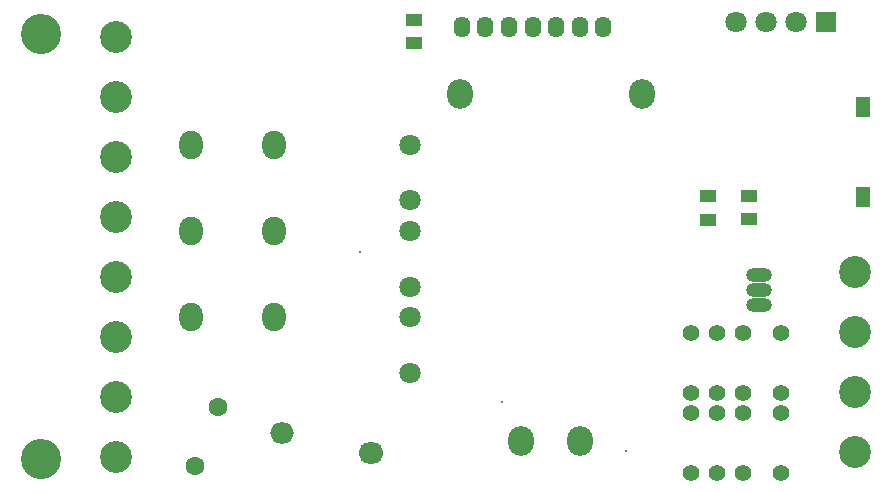
<source format=gts>
G04 Layer_Color=8388736*
%FSLAX44Y44*%
%MOMM*%
G71*
G01*
G75*
%ADD53R,1.4032X1.1032*%
%ADD54R,1.2032X1.8032*%
%ADD55C,1.8032*%
%ADD56R,1.8032X1.8032*%
%ADD57C,0.2032*%
%ADD58C,1.4032*%
%ADD59C,2.7032*%
%ADD60O,2.0032X2.4032*%
%ADD61O,2.0032X1.8032*%
%ADD62O,2.1032X1.8032*%
%ADD63C,3.4032*%
%ADD64O,2.2032X2.5032*%
%ADD65C,1.6032*%
%ADD66O,2.2032X1.2032*%
%ADD67O,2.2032X1.2032*%
%ADD68O,1.4032X1.8032*%
D53*
X624078Y227998D02*
D03*
Y247998D02*
D03*
X589280Y227490D02*
D03*
Y247490D02*
D03*
X340360Y397096D02*
D03*
Y377096D02*
D03*
D54*
X720598Y246738D02*
D03*
Y323238D02*
D03*
D55*
X638556Y395224D02*
D03*
X663956D02*
D03*
X613156D02*
D03*
X337058Y244084D02*
D03*
Y291084D02*
D03*
Y98034D02*
D03*
Y145034D02*
D03*
Y171059D02*
D03*
Y218059D02*
D03*
D56*
X689356Y395224D02*
D03*
D57*
X294640Y199898D02*
D03*
X519938Y32004D02*
D03*
X415290Y73660D02*
D03*
D58*
X574902Y13208D02*
D03*
X596902D02*
D03*
X618902D02*
D03*
X650902D02*
D03*
X574902Y64008D02*
D03*
X596902D02*
D03*
X618902D02*
D03*
X650902D02*
D03*
Y131400D02*
D03*
X618902D02*
D03*
X596902D02*
D03*
X574902D02*
D03*
X650902Y80600D02*
D03*
X618902D02*
D03*
X596902D02*
D03*
X574902D02*
D03*
D59*
X87884Y382270D02*
D03*
Y331470D02*
D03*
Y280670D02*
D03*
Y229870D02*
D03*
Y26670D02*
D03*
Y77470D02*
D03*
Y128270D02*
D03*
Y179070D02*
D03*
X713740Y30988D02*
D03*
Y81788D02*
D03*
Y132588D02*
D03*
Y183388D02*
D03*
D60*
X152058Y291084D02*
D03*
X222058D02*
D03*
X152058Y145034D02*
D03*
X222058D02*
D03*
X152058Y218059D02*
D03*
X222058D02*
D03*
D61*
X228446Y46854D02*
D03*
D62*
X304446Y29854D02*
D03*
D63*
X25000Y385000D02*
D03*
Y25000D02*
D03*
D64*
X379438Y334290D02*
D03*
X533438D02*
D03*
X431438Y40290D02*
D03*
X481438D02*
D03*
D65*
X174846Y68688D02*
D03*
X154846Y18688D02*
D03*
D66*
X632460Y181102D02*
D03*
Y155702D02*
D03*
D67*
Y168402D02*
D03*
D68*
X500944Y390906D02*
D03*
X420944D02*
D03*
X440944D02*
D03*
X460944D02*
D03*
X400944D02*
D03*
X380944D02*
D03*
X480944D02*
D03*
M02*

</source>
